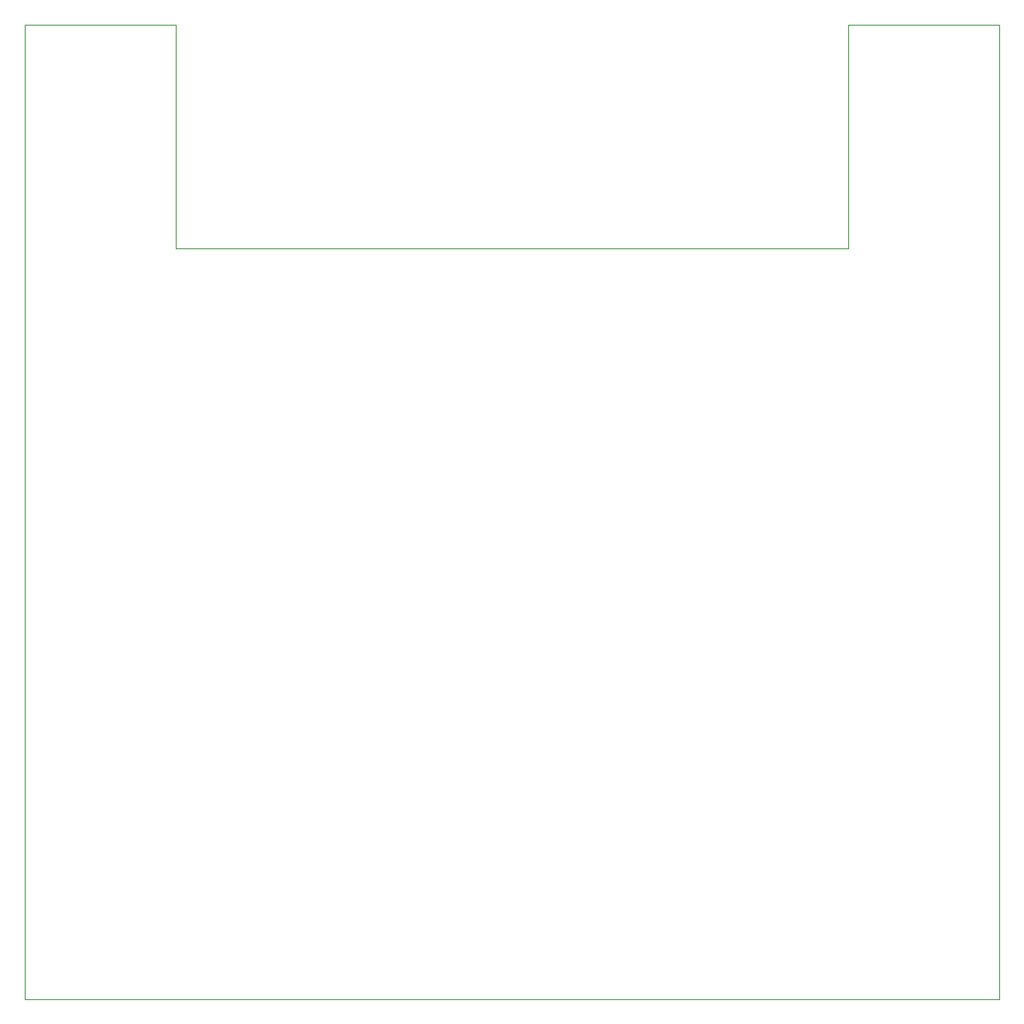
<source format=gbr>
%TF.GenerationSoftware,KiCad,Pcbnew,(6.0.9)*%
%TF.CreationDate,2022-11-09T00:10:41+00:00*%
%TF.ProjectId,Pi_TX_35W_PA,50695f54-585f-4333-9557-5f50412e6b69,rev?*%
%TF.SameCoordinates,Original*%
%TF.FileFunction,Profile,NP*%
%FSLAX46Y46*%
G04 Gerber Fmt 4.6, Leading zero omitted, Abs format (unit mm)*
G04 Created by KiCad (PCBNEW (6.0.9)) date 2022-11-09 00:10:41*
%MOMM*%
%LPD*%
G01*
G04 APERTURE LIST*
%TA.AperFunction,Profile*%
%ADD10C,0.100000*%
%TD*%
G04 APERTURE END LIST*
D10*
X200000000Y-150000000D02*
X200000000Y-50000000D01*
X184500000Y-73000000D02*
X184500000Y-50000000D01*
X100000000Y-150000000D02*
X200000000Y-150000000D01*
X100000000Y-50000000D02*
X100000000Y-150000000D01*
X184500000Y-50000000D02*
X200000000Y-50000000D01*
X115500000Y-50000000D02*
X115500000Y-73000000D01*
X115500000Y-50000000D02*
X100000000Y-50000000D01*
X115500000Y-73000000D02*
X184500000Y-73000000D01*
M02*

</source>
